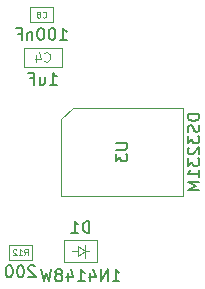
<source format=gbr>
%TF.GenerationSoftware,KiCad,Pcbnew,(5.1.10)-1*%
%TF.CreationDate,2023-09-30T19:16:06-07:00*%
%TF.ProjectId,PacmanClock_ESP32_SPI_v1_6,5061636d-616e-4436-9c6f-636b5f455350,1.6*%
%TF.SameCoordinates,Original*%
%TF.FileFunction,Other,Fab,Bot*%
%FSLAX46Y46*%
G04 Gerber Fmt 4.6, Leading zero omitted, Abs format (unit mm)*
G04 Created by KiCad (PCBNEW (5.1.10)-1) date 2023-09-30 19:16:06*
%MOMM*%
%LPD*%
G01*
G04 APERTURE LIST*
%ADD10C,0.100000*%
%ADD11C,0.150000*%
%ADD12C,0.120000*%
%ADD13C,0.080000*%
G04 APERTURE END LIST*
D10*
%TO.C,C4*%
X177000000Y-134500000D02*
X177000000Y-132900000D01*
X177000000Y-132900000D02*
X173800000Y-132900000D01*
X173800000Y-132900000D02*
X173800000Y-134500000D01*
X173800000Y-134500000D02*
X177000000Y-134500000D01*
%TO.C,D1*%
X180000000Y-149200000D02*
X177200000Y-149200000D01*
X177200000Y-149200000D02*
X177200000Y-151000000D01*
X177200000Y-151000000D02*
X180000000Y-151000000D01*
X180000000Y-151000000D02*
X180000000Y-149200000D01*
X179350000Y-150100000D02*
X178950000Y-150100000D01*
X178950000Y-150100000D02*
X178950000Y-149550000D01*
X178950000Y-150100000D02*
X178950000Y-150650000D01*
X178950000Y-150100000D02*
X178350000Y-149700000D01*
X178350000Y-149700000D02*
X178350000Y-150500000D01*
X178350000Y-150500000D02*
X178950000Y-150100000D01*
X178350000Y-150100000D02*
X177850000Y-150100000D01*
%TO.C,C8*%
X174300000Y-130725000D02*
X176300000Y-130725000D01*
X174300000Y-129475000D02*
X174300000Y-130725000D01*
X176300000Y-129475000D02*
X174300000Y-129475000D01*
X176300000Y-130725000D02*
X176300000Y-129475000D01*
%TO.C,R12*%
X172500000Y-150825000D02*
X174500000Y-150825000D01*
X172500000Y-149575000D02*
X172500000Y-150825000D01*
X174500000Y-149575000D02*
X172500000Y-149575000D01*
X174500000Y-150825000D02*
X174500000Y-149575000D01*
%TO.C,U3*%
X177950000Y-137950000D02*
X176950000Y-138950000D01*
X187250000Y-137950000D02*
X177950000Y-137950000D01*
X187250000Y-145450000D02*
X187250000Y-137950000D01*
X176950000Y-145450000D02*
X187250000Y-145450000D01*
X176950000Y-138950000D02*
X176950000Y-145450000D01*
%TD*%
%TO.C,C4*%
D11*
X175995238Y-136002380D02*
X176566666Y-136002380D01*
X176280952Y-136002380D02*
X176280952Y-135002380D01*
X176376190Y-135145238D01*
X176471428Y-135240476D01*
X176566666Y-135288095D01*
X175138095Y-135335714D02*
X175138095Y-136002380D01*
X175566666Y-135335714D02*
X175566666Y-135859523D01*
X175519047Y-135954761D01*
X175423809Y-136002380D01*
X175280952Y-136002380D01*
X175185714Y-135954761D01*
X175138095Y-135907142D01*
X174328571Y-135478571D02*
X174661904Y-135478571D01*
X174661904Y-136002380D02*
X174661904Y-135002380D01*
X174185714Y-135002380D01*
D12*
X175533333Y-133985714D02*
X175571428Y-134023809D01*
X175685714Y-134061904D01*
X175761904Y-134061904D01*
X175876190Y-134023809D01*
X175952380Y-133947619D01*
X175990476Y-133871428D01*
X176028571Y-133719047D01*
X176028571Y-133604761D01*
X175990476Y-133452380D01*
X175952380Y-133376190D01*
X175876190Y-133300000D01*
X175761904Y-133261904D01*
X175685714Y-133261904D01*
X175571428Y-133300000D01*
X175533333Y-133338095D01*
X174847619Y-133528571D02*
X174847619Y-134061904D01*
X175038095Y-133223809D02*
X175228571Y-133795238D01*
X174733333Y-133795238D01*
%TO.C,D1*%
D11*
X181314285Y-152652380D02*
X181885714Y-152652380D01*
X181600000Y-152652380D02*
X181600000Y-151652380D01*
X181695238Y-151795238D01*
X181790476Y-151890476D01*
X181885714Y-151938095D01*
X180885714Y-152652380D02*
X180885714Y-151652380D01*
X180314285Y-152652380D01*
X180314285Y-151652380D01*
X179409523Y-151985714D02*
X179409523Y-152652380D01*
X179647619Y-151604761D02*
X179885714Y-152319047D01*
X179266666Y-152319047D01*
X178361904Y-152652380D02*
X178933333Y-152652380D01*
X178647619Y-152652380D02*
X178647619Y-151652380D01*
X178742857Y-151795238D01*
X178838095Y-151890476D01*
X178933333Y-151938095D01*
X177504761Y-151985714D02*
X177504761Y-152652380D01*
X177742857Y-151604761D02*
X177980952Y-152319047D01*
X177361904Y-152319047D01*
X176838095Y-152080952D02*
X176933333Y-152033333D01*
X176980952Y-151985714D01*
X177028571Y-151890476D01*
X177028571Y-151842857D01*
X176980952Y-151747619D01*
X176933333Y-151700000D01*
X176838095Y-151652380D01*
X176647619Y-151652380D01*
X176552380Y-151700000D01*
X176504761Y-151747619D01*
X176457142Y-151842857D01*
X176457142Y-151890476D01*
X176504761Y-151985714D01*
X176552380Y-152033333D01*
X176647619Y-152080952D01*
X176838095Y-152080952D01*
X176933333Y-152128571D01*
X176980952Y-152176190D01*
X177028571Y-152271428D01*
X177028571Y-152461904D01*
X176980952Y-152557142D01*
X176933333Y-152604761D01*
X176838095Y-152652380D01*
X176647619Y-152652380D01*
X176552380Y-152604761D01*
X176504761Y-152557142D01*
X176457142Y-152461904D01*
X176457142Y-152271428D01*
X176504761Y-152176190D01*
X176552380Y-152128571D01*
X176647619Y-152080952D01*
X176123809Y-151652380D02*
X175885714Y-152652380D01*
X175695238Y-151938095D01*
X175504761Y-152652380D01*
X175266666Y-151652380D01*
X179338095Y-148552380D02*
X179338095Y-147552380D01*
X179100000Y-147552380D01*
X178957142Y-147600000D01*
X178861904Y-147695238D01*
X178814285Y-147790476D01*
X178766666Y-147980952D01*
X178766666Y-148123809D01*
X178814285Y-148314285D01*
X178861904Y-148409523D01*
X178957142Y-148504761D01*
X179100000Y-148552380D01*
X179338095Y-148552380D01*
X177814285Y-148552380D02*
X178385714Y-148552380D01*
X178100000Y-148552380D02*
X178100000Y-147552380D01*
X178195238Y-147695238D01*
X178290476Y-147790476D01*
X178385714Y-147838095D01*
%TO.C,C8*%
X176847619Y-132232380D02*
X177419047Y-132232380D01*
X177133333Y-132232380D02*
X177133333Y-131232380D01*
X177228571Y-131375238D01*
X177323809Y-131470476D01*
X177419047Y-131518095D01*
X176228571Y-131232380D02*
X176133333Y-131232380D01*
X176038095Y-131280000D01*
X175990476Y-131327619D01*
X175942857Y-131422857D01*
X175895238Y-131613333D01*
X175895238Y-131851428D01*
X175942857Y-132041904D01*
X175990476Y-132137142D01*
X176038095Y-132184761D01*
X176133333Y-132232380D01*
X176228571Y-132232380D01*
X176323809Y-132184761D01*
X176371428Y-132137142D01*
X176419047Y-132041904D01*
X176466666Y-131851428D01*
X176466666Y-131613333D01*
X176419047Y-131422857D01*
X176371428Y-131327619D01*
X176323809Y-131280000D01*
X176228571Y-131232380D01*
X175276190Y-131232380D02*
X175180952Y-131232380D01*
X175085714Y-131280000D01*
X175038095Y-131327619D01*
X174990476Y-131422857D01*
X174942857Y-131613333D01*
X174942857Y-131851428D01*
X174990476Y-132041904D01*
X175038095Y-132137142D01*
X175085714Y-132184761D01*
X175180952Y-132232380D01*
X175276190Y-132232380D01*
X175371428Y-132184761D01*
X175419047Y-132137142D01*
X175466666Y-132041904D01*
X175514285Y-131851428D01*
X175514285Y-131613333D01*
X175466666Y-131422857D01*
X175419047Y-131327619D01*
X175371428Y-131280000D01*
X175276190Y-131232380D01*
X174514285Y-131565714D02*
X174514285Y-132232380D01*
X174514285Y-131660952D02*
X174466666Y-131613333D01*
X174371428Y-131565714D01*
X174228571Y-131565714D01*
X174133333Y-131613333D01*
X174085714Y-131708571D01*
X174085714Y-132232380D01*
X173276190Y-131708571D02*
X173609523Y-131708571D01*
X173609523Y-132232380D02*
X173609523Y-131232380D01*
X173133333Y-131232380D01*
D13*
X175383333Y-130278571D02*
X175407142Y-130302380D01*
X175478571Y-130326190D01*
X175526190Y-130326190D01*
X175597619Y-130302380D01*
X175645238Y-130254761D01*
X175669047Y-130207142D01*
X175692857Y-130111904D01*
X175692857Y-130040476D01*
X175669047Y-129945238D01*
X175645238Y-129897619D01*
X175597619Y-129850000D01*
X175526190Y-129826190D01*
X175478571Y-129826190D01*
X175407142Y-129850000D01*
X175383333Y-129873809D01*
X175097619Y-130040476D02*
X175145238Y-130016666D01*
X175169047Y-129992857D01*
X175192857Y-129945238D01*
X175192857Y-129921428D01*
X175169047Y-129873809D01*
X175145238Y-129850000D01*
X175097619Y-129826190D01*
X175002380Y-129826190D01*
X174954761Y-129850000D01*
X174930952Y-129873809D01*
X174907142Y-129921428D01*
X174907142Y-129945238D01*
X174930952Y-129992857D01*
X174954761Y-130016666D01*
X175002380Y-130040476D01*
X175097619Y-130040476D01*
X175145238Y-130064285D01*
X175169047Y-130088095D01*
X175192857Y-130135714D01*
X175192857Y-130230952D01*
X175169047Y-130278571D01*
X175145238Y-130302380D01*
X175097619Y-130326190D01*
X175002380Y-130326190D01*
X174954761Y-130302380D01*
X174930952Y-130278571D01*
X174907142Y-130230952D01*
X174907142Y-130135714D01*
X174930952Y-130088095D01*
X174954761Y-130064285D01*
X175002380Y-130040476D01*
%TO.C,R12*%
D11*
X174738095Y-151397619D02*
X174690476Y-151350000D01*
X174595238Y-151302380D01*
X174357142Y-151302380D01*
X174261904Y-151350000D01*
X174214285Y-151397619D01*
X174166666Y-151492857D01*
X174166666Y-151588095D01*
X174214285Y-151730952D01*
X174785714Y-152302380D01*
X174166666Y-152302380D01*
X173547619Y-151302380D02*
X173452380Y-151302380D01*
X173357142Y-151350000D01*
X173309523Y-151397619D01*
X173261904Y-151492857D01*
X173214285Y-151683333D01*
X173214285Y-151921428D01*
X173261904Y-152111904D01*
X173309523Y-152207142D01*
X173357142Y-152254761D01*
X173452380Y-152302380D01*
X173547619Y-152302380D01*
X173642857Y-152254761D01*
X173690476Y-152207142D01*
X173738095Y-152111904D01*
X173785714Y-151921428D01*
X173785714Y-151683333D01*
X173738095Y-151492857D01*
X173690476Y-151397619D01*
X173642857Y-151350000D01*
X173547619Y-151302380D01*
X172595238Y-151302380D02*
X172500000Y-151302380D01*
X172404761Y-151350000D01*
X172357142Y-151397619D01*
X172309523Y-151492857D01*
X172261904Y-151683333D01*
X172261904Y-151921428D01*
X172309523Y-152111904D01*
X172357142Y-152207142D01*
X172404761Y-152254761D01*
X172500000Y-152302380D01*
X172595238Y-152302380D01*
X172690476Y-152254761D01*
X172738095Y-152207142D01*
X172785714Y-152111904D01*
X172833333Y-151921428D01*
X172833333Y-151683333D01*
X172785714Y-151492857D01*
X172738095Y-151397619D01*
X172690476Y-151350000D01*
X172595238Y-151302380D01*
D13*
X173821428Y-150426190D02*
X173988095Y-150188095D01*
X174107142Y-150426190D02*
X174107142Y-149926190D01*
X173916666Y-149926190D01*
X173869047Y-149950000D01*
X173845238Y-149973809D01*
X173821428Y-150021428D01*
X173821428Y-150092857D01*
X173845238Y-150140476D01*
X173869047Y-150164285D01*
X173916666Y-150188095D01*
X174107142Y-150188095D01*
X173345238Y-150426190D02*
X173630952Y-150426190D01*
X173488095Y-150426190D02*
X173488095Y-149926190D01*
X173535714Y-149997619D01*
X173583333Y-150045238D01*
X173630952Y-150069047D01*
X173154761Y-149973809D02*
X173130952Y-149950000D01*
X173083333Y-149926190D01*
X172964285Y-149926190D01*
X172916666Y-149950000D01*
X172892857Y-149973809D01*
X172869047Y-150021428D01*
X172869047Y-150069047D01*
X172892857Y-150140476D01*
X173178571Y-150426190D01*
X172869047Y-150426190D01*
%TO.C,U3*%
D11*
X188652380Y-138485714D02*
X187652380Y-138485714D01*
X187652380Y-138723809D01*
X187700000Y-138866666D01*
X187795238Y-138961904D01*
X187890476Y-139009523D01*
X188080952Y-139057142D01*
X188223809Y-139057142D01*
X188414285Y-139009523D01*
X188509523Y-138961904D01*
X188604761Y-138866666D01*
X188652380Y-138723809D01*
X188652380Y-138485714D01*
X188604761Y-139438095D02*
X188652380Y-139580952D01*
X188652380Y-139819047D01*
X188604761Y-139914285D01*
X188557142Y-139961904D01*
X188461904Y-140009523D01*
X188366666Y-140009523D01*
X188271428Y-139961904D01*
X188223809Y-139914285D01*
X188176190Y-139819047D01*
X188128571Y-139628571D01*
X188080952Y-139533333D01*
X188033333Y-139485714D01*
X187938095Y-139438095D01*
X187842857Y-139438095D01*
X187747619Y-139485714D01*
X187700000Y-139533333D01*
X187652380Y-139628571D01*
X187652380Y-139866666D01*
X187700000Y-140009523D01*
X187652380Y-140342857D02*
X187652380Y-140961904D01*
X188033333Y-140628571D01*
X188033333Y-140771428D01*
X188080952Y-140866666D01*
X188128571Y-140914285D01*
X188223809Y-140961904D01*
X188461904Y-140961904D01*
X188557142Y-140914285D01*
X188604761Y-140866666D01*
X188652380Y-140771428D01*
X188652380Y-140485714D01*
X188604761Y-140390476D01*
X188557142Y-140342857D01*
X187747619Y-141342857D02*
X187700000Y-141390476D01*
X187652380Y-141485714D01*
X187652380Y-141723809D01*
X187700000Y-141819047D01*
X187747619Y-141866666D01*
X187842857Y-141914285D01*
X187938095Y-141914285D01*
X188080952Y-141866666D01*
X188652380Y-141295238D01*
X188652380Y-141914285D01*
X187652380Y-142247619D02*
X187652380Y-142866666D01*
X188033333Y-142533333D01*
X188033333Y-142676190D01*
X188080952Y-142771428D01*
X188128571Y-142819047D01*
X188223809Y-142866666D01*
X188461904Y-142866666D01*
X188557142Y-142819047D01*
X188604761Y-142771428D01*
X188652380Y-142676190D01*
X188652380Y-142390476D01*
X188604761Y-142295238D01*
X188557142Y-142247619D01*
X188652380Y-143819047D02*
X188652380Y-143247619D01*
X188652380Y-143533333D02*
X187652380Y-143533333D01*
X187795238Y-143438095D01*
X187890476Y-143342857D01*
X187938095Y-143247619D01*
X188652380Y-144247619D02*
X187652380Y-144247619D01*
X188366666Y-144580952D01*
X187652380Y-144914285D01*
X188652380Y-144914285D01*
X181552380Y-140938095D02*
X182361904Y-140938095D01*
X182457142Y-140985714D01*
X182504761Y-141033333D01*
X182552380Y-141128571D01*
X182552380Y-141319047D01*
X182504761Y-141414285D01*
X182457142Y-141461904D01*
X182361904Y-141509523D01*
X181552380Y-141509523D01*
X181552380Y-141890476D02*
X181552380Y-142509523D01*
X181933333Y-142176190D01*
X181933333Y-142319047D01*
X181980952Y-142414285D01*
X182028571Y-142461904D01*
X182123809Y-142509523D01*
X182361904Y-142509523D01*
X182457142Y-142461904D01*
X182504761Y-142414285D01*
X182552380Y-142319047D01*
X182552380Y-142033333D01*
X182504761Y-141938095D01*
X182457142Y-141890476D01*
%TD*%
M02*

</source>
